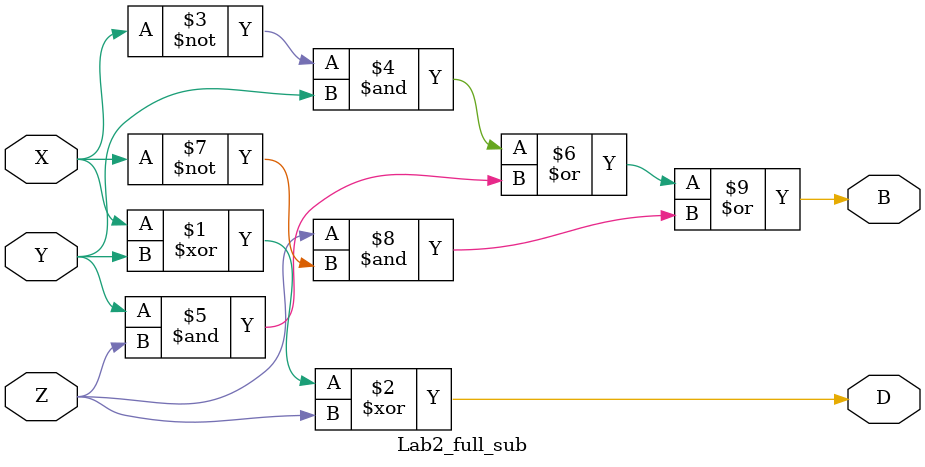
<source format=v>
module Lab2_full_sub(X,Y,Z,B,D);
    output  B,D;
    input   X,Y,Z;

    assign D=X^Y^Z;
    assign B=((~X)&Y)|(Y&Z)|(Z&(~X));
endmodule
</source>
